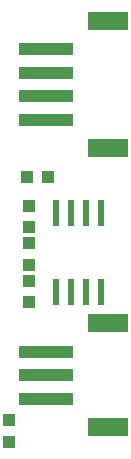
<source format=gtp>
G75*
%MOIN*%
%OFA0B0*%
%FSLAX24Y24*%
%IPPOS*%
%LPD*%
%AMOC8*
5,1,8,0,0,1.08239X$1,22.5*
%
%ADD10R,0.0240X0.0870*%
%ADD11R,0.0394X0.0433*%
%ADD12R,0.0433X0.0394*%
%ADD13R,0.1811X0.0394*%
%ADD14R,0.1339X0.0630*%
D10*
X023319Y014958D03*
X023819Y014958D03*
X024319Y014958D03*
X024819Y014958D03*
X024819Y017608D03*
X024319Y017608D03*
X023819Y017608D03*
X023319Y017608D03*
D11*
X021750Y009979D03*
X021750Y010688D03*
X022400Y014629D03*
X022400Y015338D03*
X022400Y015879D03*
X022400Y016588D03*
X022400Y017129D03*
X022400Y017838D03*
D12*
X022346Y018783D03*
X023054Y018783D03*
D13*
X022987Y020702D03*
X022987Y021490D03*
X022987Y022277D03*
X022987Y023064D03*
X022987Y012971D03*
X022987Y012183D03*
X022987Y011396D03*
D14*
X025034Y010451D03*
X025034Y013916D03*
X025034Y019757D03*
X025034Y024009D03*
M02*

</source>
